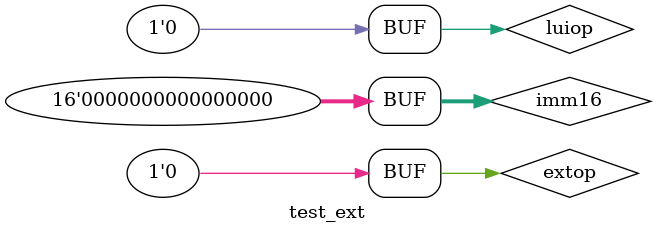
<source format=v>
`timescale 1ns / 1ps


module test_ext;

	// Inputs
	reg [15:0] imm16;
	reg extop;
	reg luiop;

	// Outputs
	wire [31:0] ext32;

	// Instantiate the Unit Under Test (UUT)
	ext uut (
		.imm16(imm16), 
		.extop(extop), 
		.luiop(luiop), 
		.ext32(ext32)
	);

	initial begin
		// Initialize Inputs
		imm16 = 0;
		extop = 0;
		luiop = 0;

		// Wait 100 ns for global reset to finish
		#100;
        
		// Add stimulus here

	end
      
endmodule


</source>
